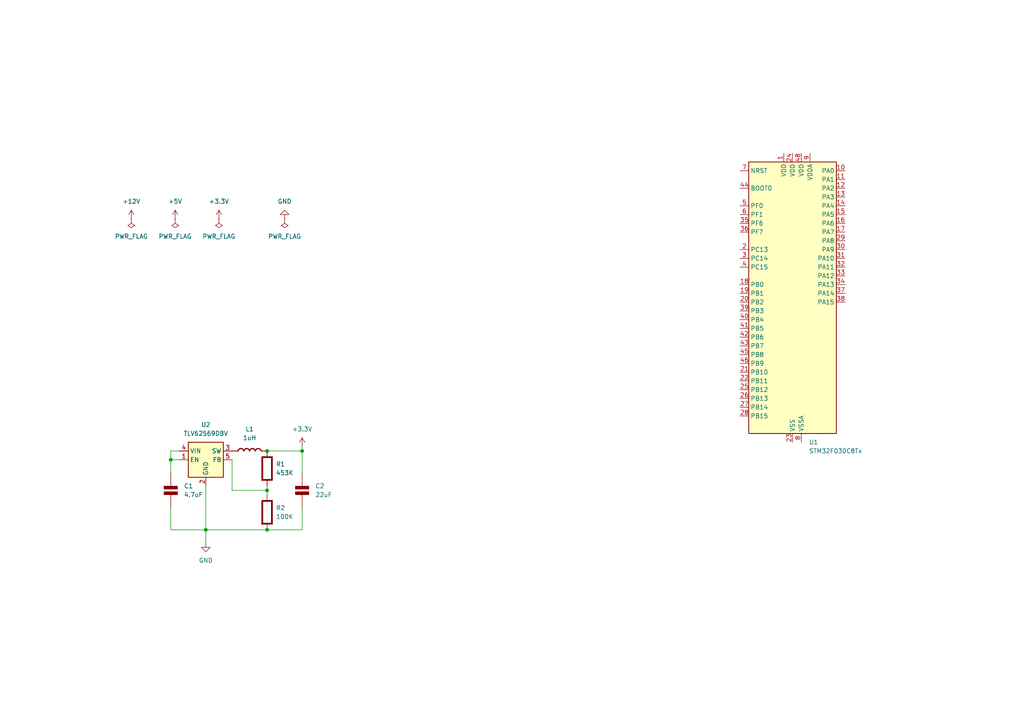
<source format=kicad_sch>
(kicad_sch
	(version 20231120)
	(generator "eeschema")
	(generator_version "8.0")
	(uuid "815573a1-4ea4-45b0-8e04-9a5142aa11d8")
	(paper "A4")
	(lib_symbols
		(symbol "MCU_ST_STM32F0:STM32F030C8Tx"
			(exclude_from_sim no)
			(in_bom yes)
			(on_board yes)
			(property "Reference" "U"
				(at -12.7 41.91 0)
				(effects
					(font
						(size 1.27 1.27)
					)
					(justify left)
				)
			)
			(property "Value" "STM32F030C8Tx"
				(at 7.62 41.91 0)
				(effects
					(font
						(size 1.27 1.27)
					)
					(justify left)
				)
			)
			(property "Footprint" "Package_QFP:LQFP-48_7x7mm_P0.5mm"
				(at -12.7 -38.1 0)
				(effects
					(font
						(size 1.27 1.27)
					)
					(justify right)
					(hide yes)
				)
			)
			(property "Datasheet" "https://www.st.com/resource/en/datasheet/stm32f030c8.pdf"
				(at 0 0 0)
				(effects
					(font
						(size 1.27 1.27)
					)
					(hide yes)
				)
			)
			(property "Description" "STMicroelectronics Arm Cortex-M0 MCU, 64KB flash, 8KB RAM, 48 MHz, 2.4-3.6V, 39 GPIO, LQFP48"
				(at 0 0 0)
				(effects
					(font
						(size 1.27 1.27)
					)
					(hide yes)
				)
			)
			(property "ki_locked" ""
				(at 0 0 0)
				(effects
					(font
						(size 1.27 1.27)
					)
				)
			)
			(property "ki_keywords" "Arm Cortex-M0 STM32F0 STM32F0x0 Value Line"
				(at 0 0 0)
				(effects
					(font
						(size 1.27 1.27)
					)
					(hide yes)
				)
			)
			(property "ki_fp_filters" "LQFP*7x7mm*P0.5mm*"
				(at 0 0 0)
				(effects
					(font
						(size 1.27 1.27)
					)
					(hide yes)
				)
			)
			(symbol "STM32F030C8Tx_0_1"
				(rectangle
					(start -12.7 -38.1)
					(end 12.7 40.64)
					(stroke
						(width 0.254)
						(type default)
					)
					(fill
						(type background)
					)
				)
			)
			(symbol "STM32F030C8Tx_1_1"
				(pin power_in line
					(at -2.54 43.18 270)
					(length 2.54)
					(name "VDD"
						(effects
							(font
								(size 1.27 1.27)
							)
						)
					)
					(number "1"
						(effects
							(font
								(size 1.27 1.27)
							)
						)
					)
				)
				(pin bidirectional line
					(at 15.24 38.1 180)
					(length 2.54)
					(name "PA0"
						(effects
							(font
								(size 1.27 1.27)
							)
						)
					)
					(number "10"
						(effects
							(font
								(size 1.27 1.27)
							)
						)
					)
					(alternate "ADC_IN0" bidirectional line)
					(alternate "RTC_TAMP2" bidirectional line)
					(alternate "SYS_WKUP1" bidirectional line)
					(alternate "USART2_CTS" bidirectional line)
				)
				(pin bidirectional line
					(at 15.24 35.56 180)
					(length 2.54)
					(name "PA1"
						(effects
							(font
								(size 1.27 1.27)
							)
						)
					)
					(number "11"
						(effects
							(font
								(size 1.27 1.27)
							)
						)
					)
					(alternate "ADC_IN1" bidirectional line)
					(alternate "USART2_DE" bidirectional line)
					(alternate "USART2_RTS" bidirectional line)
				)
				(pin bidirectional line
					(at 15.24 33.02 180)
					(length 2.54)
					(name "PA2"
						(effects
							(font
								(size 1.27 1.27)
							)
						)
					)
					(number "12"
						(effects
							(font
								(size 1.27 1.27)
							)
						)
					)
					(alternate "ADC_IN2" bidirectional line)
					(alternate "TIM15_CH1" bidirectional line)
					(alternate "USART2_TX" bidirectional line)
				)
				(pin bidirectional line
					(at 15.24 30.48 180)
					(length 2.54)
					(name "PA3"
						(effects
							(font
								(size 1.27 1.27)
							)
						)
					)
					(number "13"
						(effects
							(font
								(size 1.27 1.27)
							)
						)
					)
					(alternate "ADC_IN3" bidirectional line)
					(alternate "TIM15_CH2" bidirectional line)
					(alternate "USART2_RX" bidirectional line)
				)
				(pin bidirectional line
					(at 15.24 27.94 180)
					(length 2.54)
					(name "PA4"
						(effects
							(font
								(size 1.27 1.27)
							)
						)
					)
					(number "14"
						(effects
							(font
								(size 1.27 1.27)
							)
						)
					)
					(alternate "ADC_IN4" bidirectional line)
					(alternate "SPI1_NSS" bidirectional line)
					(alternate "TIM14_CH1" bidirectional line)
					(alternate "USART2_CK" bidirectional line)
				)
				(pin bidirectional line
					(at 15.24 25.4 180)
					(length 2.54)
					(name "PA5"
						(effects
							(font
								(size 1.27 1.27)
							)
						)
					)
					(number "15"
						(effects
							(font
								(size 1.27 1.27)
							)
						)
					)
					(alternate "ADC_IN5" bidirectional line)
					(alternate "SPI1_SCK" bidirectional line)
				)
				(pin bidirectional line
					(at 15.24 22.86 180)
					(length 2.54)
					(name "PA6"
						(effects
							(font
								(size 1.27 1.27)
							)
						)
					)
					(number "16"
						(effects
							(font
								(size 1.27 1.27)
							)
						)
					)
					(alternate "ADC_IN6" bidirectional line)
					(alternate "SPI1_MISO" bidirectional line)
					(alternate "TIM16_CH1" bidirectional line)
					(alternate "TIM1_BKIN" bidirectional line)
					(alternate "TIM3_CH1" bidirectional line)
				)
				(pin bidirectional line
					(at 15.24 20.32 180)
					(length 2.54)
					(name "PA7"
						(effects
							(font
								(size 1.27 1.27)
							)
						)
					)
					(number "17"
						(effects
							(font
								(size 1.27 1.27)
							)
						)
					)
					(alternate "ADC_IN7" bidirectional line)
					(alternate "SPI1_MOSI" bidirectional line)
					(alternate "TIM14_CH1" bidirectional line)
					(alternate "TIM17_CH1" bidirectional line)
					(alternate "TIM1_CH1N" bidirectional line)
					(alternate "TIM3_CH2" bidirectional line)
				)
				(pin bidirectional line
					(at -15.24 5.08 0)
					(length 2.54)
					(name "PB0"
						(effects
							(font
								(size 1.27 1.27)
							)
						)
					)
					(number "18"
						(effects
							(font
								(size 1.27 1.27)
							)
						)
					)
					(alternate "ADC_IN8" bidirectional line)
					(alternate "TIM1_CH2N" bidirectional line)
					(alternate "TIM3_CH3" bidirectional line)
				)
				(pin bidirectional line
					(at -15.24 2.54 0)
					(length 2.54)
					(name "PB1"
						(effects
							(font
								(size 1.27 1.27)
							)
						)
					)
					(number "19"
						(effects
							(font
								(size 1.27 1.27)
							)
						)
					)
					(alternate "ADC_IN9" bidirectional line)
					(alternate "TIM14_CH1" bidirectional line)
					(alternate "TIM1_CH3N" bidirectional line)
					(alternate "TIM3_CH4" bidirectional line)
				)
				(pin bidirectional line
					(at -15.24 15.24 0)
					(length 2.54)
					(name "PC13"
						(effects
							(font
								(size 1.27 1.27)
							)
						)
					)
					(number "2"
						(effects
							(font
								(size 1.27 1.27)
							)
						)
					)
					(alternate "RTC_OUT_ALARM" bidirectional line)
					(alternate "RTC_OUT_CALIB" bidirectional line)
					(alternate "RTC_TAMP1" bidirectional line)
					(alternate "RTC_TS" bidirectional line)
					(alternate "SYS_WKUP2" bidirectional line)
				)
				(pin bidirectional line
					(at -15.24 0 0)
					(length 2.54)
					(name "PB2"
						(effects
							(font
								(size 1.27 1.27)
							)
						)
					)
					(number "20"
						(effects
							(font
								(size 1.27 1.27)
							)
						)
					)
				)
				(pin bidirectional line
					(at -15.24 -20.32 0)
					(length 2.54)
					(name "PB10"
						(effects
							(font
								(size 1.27 1.27)
							)
						)
					)
					(number "21"
						(effects
							(font
								(size 1.27 1.27)
							)
						)
					)
					(alternate "I2C2_SCL" bidirectional line)
				)
				(pin bidirectional line
					(at -15.24 -22.86 0)
					(length 2.54)
					(name "PB11"
						(effects
							(font
								(size 1.27 1.27)
							)
						)
					)
					(number "22"
						(effects
							(font
								(size 1.27 1.27)
							)
						)
					)
					(alternate "I2C2_SDA" bidirectional line)
				)
				(pin power_in line
					(at 0 -40.64 90)
					(length 2.54)
					(name "VSS"
						(effects
							(font
								(size 1.27 1.27)
							)
						)
					)
					(number "23"
						(effects
							(font
								(size 1.27 1.27)
							)
						)
					)
				)
				(pin power_in line
					(at 0 43.18 270)
					(length 2.54)
					(name "VDD"
						(effects
							(font
								(size 1.27 1.27)
							)
						)
					)
					(number "24"
						(effects
							(font
								(size 1.27 1.27)
							)
						)
					)
				)
				(pin bidirectional line
					(at -15.24 -25.4 0)
					(length 2.54)
					(name "PB12"
						(effects
							(font
								(size 1.27 1.27)
							)
						)
					)
					(number "25"
						(effects
							(font
								(size 1.27 1.27)
							)
						)
					)
					(alternate "SPI2_NSS" bidirectional line)
					(alternate "TIM1_BKIN" bidirectional line)
				)
				(pin bidirectional line
					(at -15.24 -27.94 0)
					(length 2.54)
					(name "PB13"
						(effects
							(font
								(size 1.27 1.27)
							)
						)
					)
					(number "26"
						(effects
							(font
								(size 1.27 1.27)
							)
						)
					)
					(alternate "SPI2_SCK" bidirectional line)
					(alternate "TIM1_CH1N" bidirectional line)
				)
				(pin bidirectional line
					(at -15.24 -30.48 0)
					(length 2.54)
					(name "PB14"
						(effects
							(font
								(size 1.27 1.27)
							)
						)
					)
					(number "27"
						(effects
							(font
								(size 1.27 1.27)
							)
						)
					)
					(alternate "SPI2_MISO" bidirectional line)
					(alternate "TIM15_CH1" bidirectional line)
					(alternate "TIM1_CH2N" bidirectional line)
				)
				(pin bidirectional line
					(at -15.24 -33.02 0)
					(length 2.54)
					(name "PB15"
						(effects
							(font
								(size 1.27 1.27)
							)
						)
					)
					(number "28"
						(effects
							(font
								(size 1.27 1.27)
							)
						)
					)
					(alternate "RTC_REFIN" bidirectional line)
					(alternate "SPI2_MOSI" bidirectional line)
					(alternate "TIM15_CH1N" bidirectional line)
					(alternate "TIM15_CH2" bidirectional line)
					(alternate "TIM1_CH3N" bidirectional line)
				)
				(pin bidirectional line
					(at 15.24 17.78 180)
					(length 2.54)
					(name "PA8"
						(effects
							(font
								(size 1.27 1.27)
							)
						)
					)
					(number "29"
						(effects
							(font
								(size 1.27 1.27)
							)
						)
					)
					(alternate "RCC_MCO" bidirectional line)
					(alternate "TIM1_CH1" bidirectional line)
					(alternate "USART1_CK" bidirectional line)
				)
				(pin bidirectional line
					(at -15.24 12.7 0)
					(length 2.54)
					(name "PC14"
						(effects
							(font
								(size 1.27 1.27)
							)
						)
					)
					(number "3"
						(effects
							(font
								(size 1.27 1.27)
							)
						)
					)
					(alternate "RCC_OSC32_IN" bidirectional line)
				)
				(pin bidirectional line
					(at 15.24 15.24 180)
					(length 2.54)
					(name "PA9"
						(effects
							(font
								(size 1.27 1.27)
							)
						)
					)
					(number "30"
						(effects
							(font
								(size 1.27 1.27)
							)
						)
					)
					(alternate "TIM15_BKIN" bidirectional line)
					(alternate "TIM1_CH2" bidirectional line)
					(alternate "USART1_TX" bidirectional line)
				)
				(pin bidirectional line
					(at 15.24 12.7 180)
					(length 2.54)
					(name "PA10"
						(effects
							(font
								(size 1.27 1.27)
							)
						)
					)
					(number "31"
						(effects
							(font
								(size 1.27 1.27)
							)
						)
					)
					(alternate "TIM17_BKIN" bidirectional line)
					(alternate "TIM1_CH3" bidirectional line)
					(alternate "USART1_RX" bidirectional line)
				)
				(pin bidirectional line
					(at 15.24 10.16 180)
					(length 2.54)
					(name "PA11"
						(effects
							(font
								(size 1.27 1.27)
							)
						)
					)
					(number "32"
						(effects
							(font
								(size 1.27 1.27)
							)
						)
					)
					(alternate "TIM1_CH4" bidirectional line)
					(alternate "USART1_CTS" bidirectional line)
				)
				(pin bidirectional line
					(at 15.24 7.62 180)
					(length 2.54)
					(name "PA12"
						(effects
							(font
								(size 1.27 1.27)
							)
						)
					)
					(number "33"
						(effects
							(font
								(size 1.27 1.27)
							)
						)
					)
					(alternate "TIM1_ETR" bidirectional line)
					(alternate "USART1_DE" bidirectional line)
					(alternate "USART1_RTS" bidirectional line)
				)
				(pin bidirectional line
					(at 15.24 5.08 180)
					(length 2.54)
					(name "PA13"
						(effects
							(font
								(size 1.27 1.27)
							)
						)
					)
					(number "34"
						(effects
							(font
								(size 1.27 1.27)
							)
						)
					)
					(alternate "IR_OUT" bidirectional line)
					(alternate "SYS_SWDIO" bidirectional line)
				)
				(pin bidirectional line
					(at -15.24 22.86 0)
					(length 2.54)
					(name "PF6"
						(effects
							(font
								(size 1.27 1.27)
							)
						)
					)
					(number "35"
						(effects
							(font
								(size 1.27 1.27)
							)
						)
					)
					(alternate "I2C2_SCL" bidirectional line)
				)
				(pin bidirectional line
					(at -15.24 20.32 0)
					(length 2.54)
					(name "PF7"
						(effects
							(font
								(size 1.27 1.27)
							)
						)
					)
					(number "36"
						(effects
							(font
								(size 1.27 1.27)
							)
						)
					)
					(alternate "I2C2_SDA" bidirectional line)
				)
				(pin bidirectional line
					(at 15.24 2.54 180)
					(length 2.54)
					(name "PA14"
						(effects
							(font
								(size 1.27 1.27)
							)
						)
					)
					(number "37"
						(effects
							(font
								(size 1.27 1.27)
							)
						)
					)
					(alternate "SYS_SWCLK" bidirectional line)
					(alternate "USART2_TX" bidirectional line)
				)
				(pin bidirectional line
					(at 15.24 0 180)
					(length 2.54)
					(name "PA15"
						(effects
							(font
								(size 1.27 1.27)
							)
						)
					)
					(number "38"
						(effects
							(font
								(size 1.27 1.27)
							)
						)
					)
					(alternate "SPI1_NSS" bidirectional line)
					(alternate "USART2_RX" bidirectional line)
				)
				(pin bidirectional line
					(at -15.24 -2.54 0)
					(length 2.54)
					(name "PB3"
						(effects
							(font
								(size 1.27 1.27)
							)
						)
					)
					(number "39"
						(effects
							(font
								(size 1.27 1.27)
							)
						)
					)
					(alternate "SPI1_SCK" bidirectional line)
				)
				(pin bidirectional line
					(at -15.24 10.16 0)
					(length 2.54)
					(name "PC15"
						(effects
							(font
								(size 1.27 1.27)
							)
						)
					)
					(number "4"
						(effects
							(font
								(size 1.27 1.27)
							)
						)
					)
					(alternate "RCC_OSC32_OUT" bidirectional line)
				)
				(pin bidirectional line
					(at -15.24 -5.08 0)
					(length 2.54)
					(name "PB4"
						(effects
							(font
								(size 1.27 1.27)
							)
						)
					)
					(number "40"
						(effects
							(font
								(size 1.27 1.27)
							)
						)
					)
					(alternate "SPI1_MISO" bidirectional line)
					(alternate "TIM3_CH1" bidirectional line)
				)
				(pin bidirectional line
					(at -15.24 -7.62 0)
					(length 2.54)
					(name "PB5"
						(effects
							(font
								(size 1.27 1.27)
							)
						)
					)
					(number "41"
						(effects
							(font
								(size 1.27 1.27)
							)
						)
					)
					(alternate "I2C1_SMBA" bidirectional line)
					(alternate "SPI1_MOSI" bidirectional line)
					(alternate "TIM16_BKIN" bidirectional line)
					(alternate "TIM3_CH2" bidirectional line)
				)
				(pin bidirectional line
					(at -15.24 -10.16 0)
					(length 2.54)
					(name "PB6"
						(effects
							(font
								(size 1.27 1.27)
							)
						)
					)
					(number "42"
						(effects
							(font
								(size 1.27 1.27)
							)
						)
					)
					(alternate "I2C1_SCL" bidirectional line)
					(alternate "TIM16_CH1N" bidirectional line)
					(alternate "USART1_TX" bidirectional line)
				)
				(pin bidirectional line
					(at -15.24 -12.7 0)
					(length 2.54)
					(name "PB7"
						(effects
							(font
								(size 1.27 1.27)
							)
						)
					)
					(number "43"
						(effects
							(font
								(size 1.27 1.27)
							)
						)
					)
					(alternate "I2C1_SDA" bidirectional line)
					(alternate "TIM17_CH1N" bidirectional line)
					(alternate "USART1_RX" bidirectional line)
				)
				(pin input line
					(at -15.24 33.02 0)
					(length 2.54)
					(name "BOOT0"
						(effects
							(font
								(size 1.27 1.27)
							)
						)
					)
					(number "44"
						(effects
							(font
								(size 1.27 1.27)
							)
						)
					)
				)
				(pin bidirectional line
					(at -15.24 -15.24 0)
					(length 2.54)
					(name "PB8"
						(effects
							(font
								(size 1.27 1.27)
							)
						)
					)
					(number "45"
						(effects
							(font
								(size 1.27 1.27)
							)
						)
					)
					(alternate "I2C1_SCL" bidirectional line)
					(alternate "TIM16_CH1" bidirectional line)
				)
				(pin bidirectional line
					(at -15.24 -17.78 0)
					(length 2.54)
					(name "PB9"
						(effects
							(font
								(size 1.27 1.27)
							)
						)
					)
					(number "46"
						(effects
							(font
								(size 1.27 1.27)
							)
						)
					)
					(alternate "I2C1_SDA" bidirectional line)
					(alternate "IR_OUT" bidirectional line)
					(alternate "TIM17_CH1" bidirectional line)
				)
				(pin passive line
					(at 0 -40.64 90)
					(length 2.54) hide
					(name "VSS"
						(effects
							(font
								(size 1.27 1.27)
							)
						)
					)
					(number "47"
						(effects
							(font
								(size 1.27 1.27)
							)
						)
					)
				)
				(pin power_in line
					(at 2.54 43.18 270)
					(length 2.54)
					(name "VDD"
						(effects
							(font
								(size 1.27 1.27)
							)
						)
					)
					(number "48"
						(effects
							(font
								(size 1.27 1.27)
							)
						)
					)
				)
				(pin bidirectional line
					(at -15.24 27.94 0)
					(length 2.54)
					(name "PF0"
						(effects
							(font
								(size 1.27 1.27)
							)
						)
					)
					(number "5"
						(effects
							(font
								(size 1.27 1.27)
							)
						)
					)
					(alternate "RCC_OSC_IN" bidirectional line)
				)
				(pin bidirectional line
					(at -15.24 25.4 0)
					(length 2.54)
					(name "PF1"
						(effects
							(font
								(size 1.27 1.27)
							)
						)
					)
					(number "6"
						(effects
							(font
								(size 1.27 1.27)
							)
						)
					)
					(alternate "RCC_OSC_OUT" bidirectional line)
				)
				(pin input line
					(at -15.24 38.1 0)
					(length 2.54)
					(name "NRST"
						(effects
							(font
								(size 1.27 1.27)
							)
						)
					)
					(number "7"
						(effects
							(font
								(size 1.27 1.27)
							)
						)
					)
				)
				(pin power_in line
					(at 2.54 -40.64 90)
					(length 2.54)
					(name "VSSA"
						(effects
							(font
								(size 1.27 1.27)
							)
						)
					)
					(number "8"
						(effects
							(font
								(size 1.27 1.27)
							)
						)
					)
				)
				(pin power_in line
					(at 5.08 43.18 270)
					(length 2.54)
					(name "VDDA"
						(effects
							(font
								(size 1.27 1.27)
							)
						)
					)
					(number "9"
						(effects
							(font
								(size 1.27 1.27)
							)
						)
					)
				)
			)
		)
		(symbol "PCM_Elektuur:C"
			(pin_numbers hide)
			(pin_names
				(offset 0) hide)
			(exclude_from_sim no)
			(in_bom yes)
			(on_board yes)
			(property "Reference" "C"
				(at 0.635 3.175 0)
				(effects
					(font
						(size 1.27 1.27)
					)
					(justify left)
				)
			)
			(property "Value" "C"
				(at 0.635 -3.175 0)
				(effects
					(font
						(size 1.27 1.27)
					)
					(justify left)
				)
			)
			(property "Footprint" ""
				(at 0 0 0)
				(effects
					(font
						(size 1.27 1.27)
					)
					(hide yes)
				)
			)
			(property "Datasheet" ""
				(at 0 0 0)
				(effects
					(font
						(size 1.27 1.27)
					)
					(hide yes)
				)
			)
			(property "Description" "capacitor, non-polarized/bipolar"
				(at 0 0 0)
				(effects
					(font
						(size 1.27 1.27)
					)
					(hide yes)
				)
			)
			(property "Indicator" "+"
				(at -1.27 3.175 0)
				(effects
					(font
						(size 1.27 1.27)
					)
					(hide yes)
				)
			)
			(property "Rating" "V"
				(at -0.635 -3.175 0)
				(effects
					(font
						(size 1.27 1.27)
					)
					(justify right)
					(hide yes)
				)
			)
			(property "ki_keywords" "C cap capacitor non-polarized bipolar"
				(at 0 0 0)
				(effects
					(font
						(size 1.27 1.27)
					)
					(hide yes)
				)
			)
			(symbol "C_1_1"
				(rectangle
					(start -1.905 -0.4318)
					(end 1.905 -1.1938)
					(stroke
						(width 0.254)
						(type default)
					)
					(fill
						(type outline)
					)
				)
				(rectangle
					(start -1.905 1.1938)
					(end 1.905 0.4318)
					(stroke
						(width 0.254)
						(type default)
					)
					(fill
						(type outline)
					)
				)
				(pin passive line
					(at 0 5.08 270)
					(length 3.8862)
					(name "+"
						(effects
							(font
								(size 1.27 1.27)
							)
						)
					)
					(number "1"
						(effects
							(font
								(size 1.27 1.27)
							)
						)
					)
				)
				(pin passive line
					(at 0 -5.08 90)
					(length 3.8862)
					(name "-"
						(effects
							(font
								(size 1.27 1.27)
							)
						)
					)
					(number "2"
						(effects
							(font
								(size 1.27 1.27)
							)
						)
					)
				)
			)
			(symbol "C_1_2"
				(polyline
					(pts
						(xy -1.905 -1.4986) (xy 1.905 -1.4986) (xy 1.905 -0.4318) (xy -1.905 -0.4318) (xy -1.905 -1.4986)
						(xy -1.8034 -1.397) (xy -1.8034 -0.5334) (xy 1.8034 -0.5334) (xy 1.8034 -1.397) (xy -1.8034 -1.397)
						(xy -1.905 -1.4986)
					)
					(stroke
						(width 0.254)
						(type default)
					)
					(fill
						(type outline)
					)
				)
				(polyline
					(pts
						(xy -1.905 0.4318) (xy 1.905 0.4318) (xy 1.905 1.4986) (xy -1.905 1.4986) (xy -1.905 0.4318) (xy -1.8034 0.5334)
						(xy -1.8034 1.397) (xy 1.8034 1.397) (xy 1.8034 0.5334) (xy -1.8034 0.5334) (xy -1.905 0.4318)
					)
					(stroke
						(width 0.254)
						(type default)
					)
					(fill
						(type outline)
					)
				)
				(pin passive line
					(at 0 5.08 270)
					(length 3.5814)
					(name "+"
						(effects
							(font
								(size 1.27 1.27)
							)
						)
					)
					(number "1"
						(effects
							(font
								(size 1.27 1.27)
							)
						)
					)
				)
				(pin passive line
					(at 0 -5.08 90)
					(length 3.5814)
					(name "-"
						(effects
							(font
								(size 1.27 1.27)
							)
						)
					)
					(number "2"
						(effects
							(font
								(size 1.27 1.27)
							)
						)
					)
				)
			)
		)
		(symbol "PCM_Elektuur:L"
			(pin_numbers hide)
			(pin_names
				(offset 0) hide)
			(exclude_from_sim no)
			(in_bom yes)
			(on_board yes)
			(property "Reference" "L"
				(at 2.54 3.175 0)
				(effects
					(font
						(size 1.27 1.27)
					)
					(justify left)
				)
			)
			(property "Value" "L"
				(at 2.54 -3.175 0)
				(effects
					(font
						(size 1.27 1.27)
					)
					(justify left)
				)
			)
			(property "Footprint" ""
				(at 0 0 0)
				(effects
					(font
						(size 1.27 1.27)
					)
					(hide yes)
				)
			)
			(property "Datasheet" ""
				(at 0 0 0)
				(effects
					(font
						(size 1.27 1.27)
					)
					(hide yes)
				)
			)
			(property "Description" "coil/winding/inductor/choke/reactor"
				(at 0 0 0)
				(effects
					(font
						(size 1.27 1.27)
					)
					(hide yes)
				)
			)
			(property "Indicator" "●"
				(at -0.127 2.54 0)
				(effects
					(font
						(size 0.635 0.635)
					)
					(hide yes)
				)
			)
			(property "Rating" "A"
				(at -1.27 -3.175 0)
				(effects
					(font
						(size 1.27 1.27)
					)
					(justify right)
					(hide yes)
				)
			)
			(property "ki_keywords" "L coil winding inductor choke reactor dot instantaneous voltage polarity indicator magnetic core transformer"
				(at 0 0 0)
				(effects
					(font
						(size 1.27 1.27)
					)
					(hide yes)
				)
			)
			(symbol "L_1_0"
				(arc
					(start 0 -3.4036)
					(mid 0.762 -2.5146)
					(end 0 -1.6256)
					(stroke
						(width 0.254)
						(type default)
					)
					(fill
						(type none)
					)
				)
				(arc
					(start 0 -3.302)
					(mid 0.6604 -2.5146)
					(end 0 -1.7272)
					(stroke
						(width 0.254)
						(type default)
					)
					(fill
						(type none)
					)
				)
				(arc
					(start 0 -1.7272)
					(mid 0.762 -0.8382)
					(end 0 0.0508)
					(stroke
						(width 0.254)
						(type default)
					)
					(fill
						(type none)
					)
				)
				(arc
					(start 0 -1.6256)
					(mid 0.6604 -0.8382)
					(end 0 -0.0508)
					(stroke
						(width 0.254)
						(type default)
					)
					(fill
						(type none)
					)
				)
				(arc
					(start 0 -0.0508)
					(mid 0.762 0.8382)
					(end 0 1.7272)
					(stroke
						(width 0.254)
						(type default)
					)
					(fill
						(type none)
					)
				)
				(polyline
					(pts
						(xy 0 -3.302) (xy 0 -3.5052)
					)
					(stroke
						(width 0.254)
						(type default)
					)
					(fill
						(type none)
					)
				)
				(polyline
					(pts
						(xy 0 -1.6256) (xy 0 -1.7272)
					)
					(stroke
						(width 0.254)
						(type default)
					)
					(fill
						(type none)
					)
				)
				(polyline
					(pts
						(xy 0 0.0508) (xy 0 -0.0508)
					)
					(stroke
						(width 0.254)
						(type default)
					)
					(fill
						(type none)
					)
				)
				(polyline
					(pts
						(xy 0 1.7272) (xy 0 1.6256)
					)
					(stroke
						(width 0.254)
						(type default)
					)
					(fill
						(type none)
					)
				)
				(polyline
					(pts
						(xy 0 3.5052) (xy 0 3.302)
					)
					(stroke
						(width 0.254)
						(type default)
					)
					(fill
						(type none)
					)
				)
				(arc
					(start 0 0.0508)
					(mid 0.6604 0.8382)
					(end 0 1.6256)
					(stroke
						(width 0.254)
						(type default)
					)
					(fill
						(type none)
					)
				)
				(arc
					(start 0 1.6256)
					(mid 0.762 2.5146)
					(end 0 3.4036)
					(stroke
						(width 0.254)
						(type default)
					)
					(fill
						(type none)
					)
				)
				(arc
					(start 0 1.7272)
					(mid 0.6604 2.5146)
					(end 0 3.302)
					(stroke
						(width 0.254)
						(type default)
					)
					(fill
						(type none)
					)
				)
				(pin passive line
					(at 0 5.08 270)
					(length 1.5748)
					(name "+"
						(effects
							(font
								(size 1.27 1.27)
							)
						)
					)
					(number "1"
						(effects
							(font
								(size 1.27 1.27)
							)
						)
					)
				)
				(pin passive line
					(at 0 -5.08 90)
					(length 1.5748)
					(name "-"
						(effects
							(font
								(size 1.27 1.27)
							)
						)
					)
					(number "2"
						(effects
							(font
								(size 1.27 1.27)
							)
						)
					)
				)
			)
			(symbol "L_1_2"
				(rectangle
					(start 1.524 3.3782)
					(end 1.9812 -3.3782)
					(stroke
						(width 0.254)
						(type default)
					)
					(fill
						(type outline)
					)
				)
			)
			(symbol "L_1_3"
				(rectangle
					(start 1.524 -1.9304)
					(end 1.9812 -3.0988)
					(stroke
						(width 0.254)
						(type default)
					)
					(fill
						(type outline)
					)
				)
				(rectangle
					(start 1.524 -0.254)
					(end 1.9812 -1.4224)
					(stroke
						(width 0.254)
						(type default)
					)
					(fill
						(type outline)
					)
				)
				(rectangle
					(start 1.524 1.4224)
					(end 1.9812 0.254)
					(stroke
						(width 0.254)
						(type default)
					)
					(fill
						(type outline)
					)
				)
				(rectangle
					(start 1.524 3.0988)
					(end 1.9812 1.9304)
					(stroke
						(width 0.254)
						(type default)
					)
					(fill
						(type outline)
					)
				)
			)
		)
		(symbol "PCM_Elektuur:R"
			(pin_numbers hide)
			(pin_names
				(offset 0) hide)
			(exclude_from_sim no)
			(in_bom yes)
			(on_board yes)
			(property "Reference" "R"
				(at 2.54 3.175 0)
				(effects
					(font
						(size 1.27 1.27)
					)
					(justify left)
				)
			)
			(property "Value" "R"
				(at 0 0 90)
				(effects
					(font
						(size 1.27 1.27)
					)
				)
			)
			(property "Footprint" ""
				(at 0 0 0)
				(effects
					(font
						(size 1.27 1.27)
					)
					(hide yes)
				)
			)
			(property "Datasheet" ""
				(at 0 0 0)
				(effects
					(font
						(size 1.27 1.27)
					)
					(hide yes)
				)
			)
			(property "Description" "resistor"
				(at 0 0 0)
				(effects
					(font
						(size 1.27 1.27)
					)
					(hide yes)
				)
			)
			(property "Indicator" "+"
				(at -3.175 3.175 0)
				(effects
					(font
						(size 1.27 1.27)
					)
					(hide yes)
				)
			)
			(property "Rating" "W"
				(at 2.54 -3.175 0)
				(effects
					(font
						(size 1.27 1.27)
					)
					(justify left)
					(hide yes)
				)
			)
			(property "ki_keywords" "R res resistor"
				(at 0 0 0)
				(effects
					(font
						(size 1.27 1.27)
					)
					(hide yes)
				)
			)
			(symbol "R_1_1"
				(polyline
					(pts
						(xy -1.524 -3.429) (xy 1.524 -3.429) (xy 1.524 3.429) (xy -1.524 3.429) (xy -1.524 -3.429) (xy -1.27 -3.175)
						(xy -1.27 3.175) (xy 1.27 3.175) (xy 1.27 -3.175) (xy -1.27 -3.175) (xy -1.524 -3.429)
					)
					(stroke
						(width 0.254)
						(type default)
					)
					(fill
						(type outline)
					)
				)
				(pin passive line
					(at 0 5.08 270)
					(length 1.651)
					(name "+"
						(effects
							(font
								(size 1.27 1.27)
							)
						)
					)
					(number "1"
						(effects
							(font
								(size 1.27 1.27)
							)
						)
					)
				)
				(pin passive line
					(at 0 -5.08 90)
					(length 1.651)
					(name "-"
						(effects
							(font
								(size 1.27 1.27)
							)
						)
					)
					(number "2"
						(effects
							(font
								(size 1.27 1.27)
							)
						)
					)
				)
			)
			(symbol "R_1_2"
				(polyline
					(pts
						(xy -0.508 -3.429) (xy 1.524 -3.429) (xy 1.524 3.429) (xy -0.508 3.429) (xy -0.508 3.175) (xy 1.27 3.175)
						(xy 1.27 -3.175) (xy -0.508 -3.175) (xy -0.508 -3.429)
					)
					(stroke
						(width 0.254)
						(type default)
					)
					(fill
						(type outline)
					)
				)
				(pin passive line
					(at 0 5.08 270)
					(length 1.651)
					(name "+"
						(effects
							(font
								(size 1.27 1.27)
							)
						)
					)
					(number "1"
						(effects
							(font
								(size 1.27 1.27)
							)
						)
					)
				)
				(pin passive line
					(at 0 -5.08 90)
					(length 1.651)
					(name "-"
						(effects
							(font
								(size 1.27 1.27)
							)
						)
					)
					(number "2"
						(effects
							(font
								(size 1.27 1.27)
							)
						)
					)
				)
			)
			(symbol "R_1_3"
				(polyline
					(pts
						(xy 0 3.4798) (xy 0 3.2004) (xy 0.7112 2.794) (xy -1.1938 1.6764) (xy 0.7112 0.5588) (xy -1.1938 -0.5588)
						(xy 0.7112 -1.6764) (xy -1.1938 -2.794) (xy 0 -3.4798) (xy 0 -3.2004) (xy -0.7112 -2.794) (xy 1.1938 -1.6764)
						(xy -0.7112 -0.5588) (xy 1.1938 0.5588) (xy -0.7112 1.6764) (xy 1.1938 2.794) (xy 0 3.4798)
					)
					(stroke
						(width 0.254)
						(type default)
					)
					(fill
						(type outline)
					)
				)
				(pin passive line
					(at 0 5.08 270)
					(length 1.6002)
					(name "+"
						(effects
							(font
								(size 1.27 1.27)
							)
						)
					)
					(number "1"
						(effects
							(font
								(size 1.27 1.27)
							)
						)
					)
				)
				(pin passive line
					(at 0 -5.08 90)
					(length 1.6002)
					(name "-"
						(effects
							(font
								(size 1.27 1.27)
							)
						)
					)
					(number "2"
						(effects
							(font
								(size 1.27 1.27)
							)
						)
					)
				)
			)
			(symbol "R_1_4"
				(polyline
					(pts
						(xy 0 4.5466) (xy 0 4.2672) (xy 0.0508 4.2418) (xy 1.016 3.683) (xy -1.524 2.2098) (xy 1.016 0.7366)
						(xy -1.524 -0.7366) (xy 1.016 -2.2098) (xy -1.524 -3.683) (xy -0.0762 -4.5212) (xy 0 -4.5466)
						(xy 0 -4.2672) (xy -0.0508 -4.2418) (xy -1.016 -3.683) (xy 1.524 -2.2098) (xy -1.016 -0.7366)
						(xy 1.524 0.7366) (xy -1.016 2.2098) (xy 1.524 3.683) (xy 0.0762 4.5212) (xy 0 4.5466)
					)
					(stroke
						(width 0.254)
						(type default)
					)
					(fill
						(type outline)
					)
				)
				(pin passive line
					(at 0 5.08 270)
					(length 0.5334)
					(name "+"
						(effects
							(font
								(size 1.27 1.27)
							)
						)
					)
					(number "1"
						(effects
							(font
								(size 1.27 1.27)
							)
						)
					)
				)
				(pin passive line
					(at 0 -5.08 90)
					(length 0.5334)
					(name "-"
						(effects
							(font
								(size 1.27 1.27)
							)
						)
					)
					(number "2"
						(effects
							(font
								(size 1.27 1.27)
							)
						)
					)
				)
			)
		)
		(symbol "Regulator_Switching:TLV62569DBV"
			(exclude_from_sim no)
			(in_bom yes)
			(on_board yes)
			(property "Reference" "U"
				(at -5.08 6.35 0)
				(effects
					(font
						(size 1.27 1.27)
					)
					(justify left)
				)
			)
			(property "Value" "TLV62569DBV"
				(at 0 6.35 0)
				(effects
					(font
						(size 1.27 1.27)
					)
					(justify left)
				)
			)
			(property "Footprint" "Package_TO_SOT_SMD:SOT-23-5"
				(at 1.27 -6.35 0)
				(effects
					(font
						(size 1.27 1.27)
						(italic yes)
					)
					(justify left)
					(hide yes)
				)
			)
			(property "Datasheet" "http://www.ti.com/lit/ds/symlink/tlv62569.pdf"
				(at -6.35 11.43 0)
				(effects
					(font
						(size 1.27 1.27)
					)
					(hide yes)
				)
			)
			(property "Description" "High Efficiency Synchronous Buck Converter, Adjustable Output 0.6V-5.5V, 2A, SOT-23-5"
				(at 0 0 0)
				(effects
					(font
						(size 1.27 1.27)
					)
					(hide yes)
				)
			)
			(property "ki_keywords" "Step-Down Buck DC-DC Regulator Adjustable"
				(at 0 0 0)
				(effects
					(font
						(size 1.27 1.27)
					)
					(hide yes)
				)
			)
			(property "ki_fp_filters" "SOT?23*"
				(at 0 0 0)
				(effects
					(font
						(size 1.27 1.27)
					)
					(hide yes)
				)
			)
			(symbol "TLV62569DBV_0_1"
				(rectangle
					(start -5.08 5.08)
					(end 5.08 -5.08)
					(stroke
						(width 0.254)
						(type default)
					)
					(fill
						(type background)
					)
				)
			)
			(symbol "TLV62569DBV_1_1"
				(pin input line
					(at -7.62 0 0)
					(length 2.54)
					(name "EN"
						(effects
							(font
								(size 1.27 1.27)
							)
						)
					)
					(number "1"
						(effects
							(font
								(size 1.27 1.27)
							)
						)
					)
				)
				(pin power_in line
					(at 0 -7.62 90)
					(length 2.54)
					(name "GND"
						(effects
							(font
								(size 1.27 1.27)
							)
						)
					)
					(number "2"
						(effects
							(font
								(size 1.27 1.27)
							)
						)
					)
				)
				(pin power_out line
					(at 7.62 2.54 180)
					(length 2.54)
					(name "SW"
						(effects
							(font
								(size 1.27 1.27)
							)
						)
					)
					(number "3"
						(effects
							(font
								(size 1.27 1.27)
							)
						)
					)
				)
				(pin power_in line
					(at -7.62 2.54 0)
					(length 2.54)
					(name "VIN"
						(effects
							(font
								(size 1.27 1.27)
							)
						)
					)
					(number "4"
						(effects
							(font
								(size 1.27 1.27)
							)
						)
					)
				)
				(pin input line
					(at 7.62 0 180)
					(length 2.54)
					(name "FB"
						(effects
							(font
								(size 1.27 1.27)
							)
						)
					)
					(number "5"
						(effects
							(font
								(size 1.27 1.27)
							)
						)
					)
				)
			)
		)
		(symbol "power:+12V"
			(power)
			(pin_numbers hide)
			(pin_names
				(offset 0) hide)
			(exclude_from_sim no)
			(in_bom yes)
			(on_board yes)
			(property "Reference" "#PWR"
				(at 0 -3.81 0)
				(effects
					(font
						(size 1.27 1.27)
					)
					(hide yes)
				)
			)
			(property "Value" "+12V"
				(at 0 3.556 0)
				(effects
					(font
						(size 1.27 1.27)
					)
				)
			)
			(property "Footprint" ""
				(at 0 0 0)
				(effects
					(font
						(size 1.27 1.27)
					)
					(hide yes)
				)
			)
			(property "Datasheet" ""
				(at 0 0 0)
				(effects
					(font
						(size 1.27 1.27)
					)
					(hide yes)
				)
			)
			(property "Description" "Power symbol creates a global label with name \"+12V\""
				(at 0 0 0)
				(effects
					(font
						(size 1.27 1.27)
					)
					(hide yes)
				)
			)
			(property "ki_keywords" "global power"
				(at 0 0 0)
				(effects
					(font
						(size 1.27 1.27)
					)
					(hide yes)
				)
			)
			(symbol "+12V_0_1"
				(polyline
					(pts
						(xy -0.762 1.27) (xy 0 2.54)
					)
					(stroke
						(width 0)
						(type default)
					)
					(fill
						(type none)
					)
				)
				(polyline
					(pts
						(xy 0 0) (xy 0 2.54)
					)
					(stroke
						(width 0)
						(type default)
					)
					(fill
						(type none)
					)
				)
				(polyline
					(pts
						(xy 0 2.54) (xy 0.762 1.27)
					)
					(stroke
						(width 0)
						(type default)
					)
					(fill
						(type none)
					)
				)
			)
			(symbol "+12V_1_1"
				(pin power_in line
					(at 0 0 90)
					(length 0)
					(name "~"
						(effects
							(font
								(size 1.27 1.27)
							)
						)
					)
					(number "1"
						(effects
							(font
								(size 1.27 1.27)
							)
						)
					)
				)
			)
		)
		(symbol "power:+3.3V"
			(power)
			(pin_numbers hide)
			(pin_names
				(offset 0) hide)
			(exclude_from_sim no)
			(in_bom yes)
			(on_board yes)
			(property "Reference" "#PWR"
				(at 0 -3.81 0)
				(effects
					(font
						(size 1.27 1.27)
					)
					(hide yes)
				)
			)
			(property "Value" "+3.3V"
				(at 0 3.556 0)
				(effects
					(font
						(size 1.27 1.27)
					)
				)
			)
			(property "Footprint" ""
				(at 0 0 0)
				(effects
					(font
						(size 1.27 1.27)
					)
					(hide yes)
				)
			)
			(property "Datasheet" ""
				(at 0 0 0)
				(effects
					(font
						(size 1.27 1.27)
					)
					(hide yes)
				)
			)
			(property "Description" "Power symbol creates a global label with name \"+3.3V\""
				(at 0 0 0)
				(effects
					(font
						(size 1.27 1.27)
					)
					(hide yes)
				)
			)
			(property "ki_keywords" "global power"
				(at 0 0 0)
				(effects
					(font
						(size 1.27 1.27)
					)
					(hide yes)
				)
			)
			(symbol "+3.3V_0_1"
				(polyline
					(pts
						(xy -0.762 1.27) (xy 0 2.54)
					)
					(stroke
						(width 0)
						(type default)
					)
					(fill
						(type none)
					)
				)
				(polyline
					(pts
						(xy 0 0) (xy 0 2.54)
					)
					(stroke
						(width 0)
						(type default)
					)
					(fill
						(type none)
					)
				)
				(polyline
					(pts
						(xy 0 2.54) (xy 0.762 1.27)
					)
					(stroke
						(width 0)
						(type default)
					)
					(fill
						(type none)
					)
				)
			)
			(symbol "+3.3V_1_1"
				(pin power_in line
					(at 0 0 90)
					(length 0)
					(name "~"
						(effects
							(font
								(size 1.27 1.27)
							)
						)
					)
					(number "1"
						(effects
							(font
								(size 1.27 1.27)
							)
						)
					)
				)
			)
		)
		(symbol "power:+5V"
			(power)
			(pin_numbers hide)
			(pin_names
				(offset 0) hide)
			(exclude_from_sim no)
			(in_bom yes)
			(on_board yes)
			(property "Reference" "#PWR"
				(at 0 -3.81 0)
				(effects
					(font
						(size 1.27 1.27)
					)
					(hide yes)
				)
			)
			(property "Value" "+5V"
				(at 0 3.556 0)
				(effects
					(font
						(size 1.27 1.27)
					)
				)
			)
			(property "Footprint" ""
				(at 0 0 0)
				(effects
					(font
						(size 1.27 1.27)
					)
					(hide yes)
				)
			)
			(property "Datasheet" ""
				(at 0 0 0)
				(effects
					(font
						(size 1.27 1.27)
					)
					(hide yes)
				)
			)
			(property "Description" "Power symbol creates a global label with name \"+5V\""
				(at 0 0 0)
				(effects
					(font
						(size 1.27 1.27)
					)
					(hide yes)
				)
			)
			(property "ki_keywords" "global power"
				(at 0 0 0)
				(effects
					(font
						(size 1.27 1.27)
					)
					(hide yes)
				)
			)
			(symbol "+5V_0_1"
				(polyline
					(pts
						(xy -0.762 1.27) (xy 0 2.54)
					)
					(stroke
						(width 0)
						(type default)
					)
					(fill
						(type none)
					)
				)
				(polyline
					(pts
						(xy 0 0) (xy 0 2.54)
					)
					(stroke
						(width 0)
						(type default)
					)
					(fill
						(type none)
					)
				)
				(polyline
					(pts
						(xy 0 2.54) (xy 0.762 1.27)
					)
					(stroke
						(width 0)
						(type default)
					)
					(fill
						(type none)
					)
				)
			)
			(symbol "+5V_1_1"
				(pin power_in line
					(at 0 0 90)
					(length 0)
					(name "~"
						(effects
							(font
								(size 1.27 1.27)
							)
						)
					)
					(number "1"
						(effects
							(font
								(size 1.27 1.27)
							)
						)
					)
				)
			)
		)
		(symbol "power:GND"
			(power)
			(pin_numbers hide)
			(pin_names
				(offset 0) hide)
			(exclude_from_sim no)
			(in_bom yes)
			(on_board yes)
			(property "Reference" "#PWR"
				(at 0 -6.35 0)
				(effects
					(font
						(size 1.27 1.27)
					)
					(hide yes)
				)
			)
			(property "Value" "GND"
				(at 0 -3.81 0)
				(effects
					(font
						(size 1.27 1.27)
					)
				)
			)
			(property "Footprint" ""
				(at 0 0 0)
				(effects
					(font
						(size 1.27 1.27)
					)
					(hide yes)
				)
			)
			(property "Datasheet" ""
				(at 0 0 0)
				(effects
					(font
						(size 1.27 1.27)
					)
					(hide yes)
				)
			)
			(property "Description" "Power symbol creates a global label with name \"GND\" , ground"
				(at 0 0 0)
				(effects
					(font
						(size 1.27 1.27)
					)
					(hide yes)
				)
			)
			(property "ki_keywords" "global power"
				(at 0 0 0)
				(effects
					(font
						(size 1.27 1.27)
					)
					(hide yes)
				)
			)
			(symbol "GND_0_1"
				(polyline
					(pts
						(xy 0 0) (xy 0 -1.27) (xy 1.27 -1.27) (xy 0 -2.54) (xy -1.27 -1.27) (xy 0 -1.27)
					)
					(stroke
						(width 0)
						(type default)
					)
					(fill
						(type none)
					)
				)
			)
			(symbol "GND_1_1"
				(pin power_in line
					(at 0 0 270)
					(length 0)
					(name "~"
						(effects
							(font
								(size 1.27 1.27)
							)
						)
					)
					(number "1"
						(effects
							(font
								(size 1.27 1.27)
							)
						)
					)
				)
			)
		)
		(symbol "power:PWR_FLAG"
			(power)
			(pin_numbers hide)
			(pin_names
				(offset 0) hide)
			(exclude_from_sim no)
			(in_bom yes)
			(on_board yes)
			(property "Reference" "#FLG"
				(at 0 1.905 0)
				(effects
					(font
						(size 1.27 1.27)
					)
					(hide yes)
				)
			)
			(property "Value" "PWR_FLAG"
				(at 0 3.81 0)
				(effects
					(font
						(size 1.27 1.27)
					)
				)
			)
			(property "Footprint" ""
				(at 0 0 0)
				(effects
					(font
						(size 1.27 1.27)
					)
					(hide yes)
				)
			)
			(property "Datasheet" "~"
				(at 0 0 0)
				(effects
					(font
						(size 1.27 1.27)
					)
					(hide yes)
				)
			)
			(property "Description" "Special symbol for telling ERC where power comes from"
				(at 0 0 0)
				(effects
					(font
						(size 1.27 1.27)
					)
					(hide yes)
				)
			)
			(property "ki_keywords" "flag power"
				(at 0 0 0)
				(effects
					(font
						(size 1.27 1.27)
					)
					(hide yes)
				)
			)
			(symbol "PWR_FLAG_0_0"
				(pin power_out line
					(at 0 0 90)
					(length 0)
					(name "~"
						(effects
							(font
								(size 1.27 1.27)
							)
						)
					)
					(number "1"
						(effects
							(font
								(size 1.27 1.27)
							)
						)
					)
				)
			)
			(symbol "PWR_FLAG_0_1"
				(polyline
					(pts
						(xy 0 0) (xy 0 1.27) (xy -1.016 1.905) (xy 0 2.54) (xy 1.016 1.905) (xy 0 1.27)
					)
					(stroke
						(width 0)
						(type default)
					)
					(fill
						(type none)
					)
				)
			)
		)
	)
	(junction
		(at 59.69 153.67)
		(diameter 0)
		(color 0 0 0 0)
		(uuid "2a99c1b5-8dde-450a-94df-8945508055c7")
	)
	(junction
		(at 87.63 130.81)
		(diameter 0)
		(color 0 0 0 0)
		(uuid "8abe18c9-bbe9-4a27-adfb-8b4b7860946b")
	)
	(junction
		(at 77.47 130.81)
		(diameter 0)
		(color 0 0 0 0)
		(uuid "b8fbf034-c25d-4cbe-b79b-da98137b3658")
	)
	(junction
		(at 49.53 133.35)
		(diameter 0)
		(color 0 0 0 0)
		(uuid "e0c1bae9-8882-41a4-8aab-065aa22b4122")
	)
	(junction
		(at 77.47 153.67)
		(diameter 0)
		(color 0 0 0 0)
		(uuid "f0054d3b-a3e5-49a8-97c6-b9854027d6fb")
	)
	(junction
		(at 77.47 142.24)
		(diameter 0)
		(color 0 0 0 0)
		(uuid "fe754337-5372-4b46-b60f-888bf952d5b9")
	)
	(wire
		(pts
			(xy 67.31 142.24) (xy 77.47 142.24)
		)
		(stroke
			(width 0)
			(type default)
		)
		(uuid "0206ff0e-b8c8-4e4f-be65-d4eecdb1cc1f")
	)
	(wire
		(pts
			(xy 49.53 133.35) (xy 49.53 130.81)
		)
		(stroke
			(width 0)
			(type default)
		)
		(uuid "092fd552-62cb-44ee-89cf-69e640fd0530")
	)
	(wire
		(pts
			(xy 49.53 153.67) (xy 59.69 153.67)
		)
		(stroke
			(width 0)
			(type default)
		)
		(uuid "142f3b57-da5f-4e90-8a5f-7d52fcbcf34a")
	)
	(wire
		(pts
			(xy 59.69 153.67) (xy 59.69 157.48)
		)
		(stroke
			(width 0)
			(type default)
		)
		(uuid "5433fd65-8ef1-4a67-9f26-a04cd1167c34")
	)
	(wire
		(pts
			(xy 67.31 133.35) (xy 67.31 142.24)
		)
		(stroke
			(width 0)
			(type default)
		)
		(uuid "611acab3-1913-448e-a65c-8ba1cdd2dc73")
	)
	(wire
		(pts
			(xy 77.47 142.24) (xy 77.47 143.51)
		)
		(stroke
			(width 0)
			(type default)
		)
		(uuid "64fcb394-ddd8-4f61-974a-0d336b5e81e7")
	)
	(wire
		(pts
			(xy 49.53 137.16) (xy 49.53 133.35)
		)
		(stroke
			(width 0)
			(type default)
		)
		(uuid "7478c6bd-1325-4c38-86b1-57d1aad32110")
	)
	(wire
		(pts
			(xy 77.47 140.97) (xy 77.47 142.24)
		)
		(stroke
			(width 0)
			(type default)
		)
		(uuid "847a42a1-cfd7-4467-b31f-d6570d565e71")
	)
	(wire
		(pts
			(xy 77.47 153.67) (xy 59.69 153.67)
		)
		(stroke
			(width 0)
			(type default)
		)
		(uuid "9504a3c0-5b2c-4bb6-80f4-adf2c4501c59")
	)
	(wire
		(pts
			(xy 49.53 133.35) (xy 52.07 133.35)
		)
		(stroke
			(width 0)
			(type default)
		)
		(uuid "b348e68b-3a10-43ab-a99d-27713706785f")
	)
	(wire
		(pts
			(xy 87.63 153.67) (xy 77.47 153.67)
		)
		(stroke
			(width 0)
			(type default)
		)
		(uuid "b61c280d-bb33-4e2d-aa27-1ec04cd1d41b")
	)
	(wire
		(pts
			(xy 49.53 147.32) (xy 49.53 153.67)
		)
		(stroke
			(width 0)
			(type default)
		)
		(uuid "b67f991f-22e8-4e18-b9c2-9da636a2f07f")
	)
	(wire
		(pts
			(xy 87.63 147.32) (xy 87.63 153.67)
		)
		(stroke
			(width 0)
			(type default)
		)
		(uuid "cf5599f7-3f62-4335-9408-31ff29c83560")
	)
	(wire
		(pts
			(xy 87.63 137.16) (xy 87.63 130.81)
		)
		(stroke
			(width 0)
			(type default)
		)
		(uuid "d27253a5-e2ab-444c-93b3-7b7443d2a880")
	)
	(wire
		(pts
			(xy 87.63 130.81) (xy 77.47 130.81)
		)
		(stroke
			(width 0)
			(type default)
		)
		(uuid "d38ff620-2bc9-479d-b434-2f98a7d477aa")
	)
	(wire
		(pts
			(xy 49.53 130.81) (xy 52.07 130.81)
		)
		(stroke
			(width 0)
			(type default)
		)
		(uuid "d873f14d-c064-4ee5-844f-97612eacc2d2")
	)
	(wire
		(pts
			(xy 87.63 129.54) (xy 87.63 130.81)
		)
		(stroke
			(width 0)
			(type default)
		)
		(uuid "e078c94e-c7ba-4cd2-ac53-f9da0b79a17c")
	)
	(wire
		(pts
			(xy 59.69 140.97) (xy 59.69 153.67)
		)
		(stroke
			(width 0)
			(type default)
		)
		(uuid "e6191610-b445-4605-bbac-0507975029b8")
	)
	(symbol
		(lib_id "PCM_Elektuur:R")
		(at 77.47 135.89 0)
		(unit 1)
		(exclude_from_sim no)
		(in_bom yes)
		(on_board yes)
		(dnp no)
		(fields_autoplaced yes)
		(uuid "06289ea4-b469-4ac1-a11b-e7d67ca1934f")
		(property "Reference" "R1"
			(at 80.01 134.6199 0)
			(effects
				(font
					(size 1.27 1.27)
				)
				(justify left)
			)
		)
		(property "Value" "453K"
			(at 80.01 137.1599 0)
			(effects
				(font
					(size 1.27 1.27)
				)
				(justify left)
			)
		)
		(property "Footprint" "Resistor_SMD:R_0603_1608Metric_Pad0.98x0.95mm_HandSolder"
			(at 77.47 135.89 0)
			(effects
				(font
					(size 1.27 1.27)
				)
				(hide yes)
			)
		)
		(property "Datasheet" ""
			(at 77.47 135.89 0)
			(effects
				(font
					(size 1.27 1.27)
				)
				(hide yes)
			)
		)
		(property "Description" "resistor"
			(at 77.47 135.89 0)
			(effects
				(font
					(size 1.27 1.27)
				)
				(hide yes)
			)
		)
		(property "Indicator" "+"
			(at 74.295 132.715 0)
			(effects
				(font
					(size 1.27 1.27)
				)
				(hide yes)
			)
		)
		(property "Rating" "W"
			(at 80.01 139.065 0)
			(effects
				(font
					(size 1.27 1.27)
				)
				(justify left)
				(hide yes)
			)
		)
		(pin "2"
			(uuid "0ff3c9ae-d265-4d96-8771-0b550c3118e0")
		)
		(pin "1"
			(uuid "a7992c46-8d2c-424e-83bc-60e9534e4a13")
		)
		(instances
			(project ""
				(path "/815573a1-4ea4-45b0-8e04-9a5142aa11d8"
					(reference "R1")
					(unit 1)
				)
			)
		)
	)
	(symbol
		(lib_id "power:+3.3V")
		(at 87.63 129.54 0)
		(unit 1)
		(exclude_from_sim no)
		(in_bom yes)
		(on_board yes)
		(dnp no)
		(fields_autoplaced yes)
		(uuid "13501370-d80d-441f-a70a-6c3c91180453")
		(property "Reference" "#PWR010"
			(at 87.63 133.35 0)
			(effects
				(font
					(size 1.27 1.27)
				)
				(hide yes)
			)
		)
		(property "Value" "+3.3V"
			(at 87.63 124.46 0)
			(effects
				(font
					(size 1.27 1.27)
				)
			)
		)
		(property "Footprint" ""
			(at 87.63 129.54 0)
			(effects
				(font
					(size 1.27 1.27)
				)
				(hide yes)
			)
		)
		(property "Datasheet" ""
			(at 87.63 129.54 0)
			(effects
				(font
					(size 1.27 1.27)
				)
				(hide yes)
			)
		)
		(property "Description" "Power symbol creates a global label with name \"+3.3V\""
			(at 87.63 129.54 0)
			(effects
				(font
					(size 1.27 1.27)
				)
				(hide yes)
			)
		)
		(pin "1"
			(uuid "4fd14f13-9c2a-4536-8d80-cc410f6ef09a")
		)
		(instances
			(project "controller"
				(path "/815573a1-4ea4-45b0-8e04-9a5142aa11d8"
					(reference "#PWR010")
					(unit 1)
				)
			)
		)
	)
	(symbol
		(lib_id "power:+12V")
		(at 38.1 63.5 0)
		(unit 1)
		(exclude_from_sim no)
		(in_bom yes)
		(on_board yes)
		(dnp no)
		(fields_autoplaced yes)
		(uuid "2c86b90c-e70d-456e-a67d-e0d483c1ddac")
		(property "Reference" "#PWR01"
			(at 38.1 67.31 0)
			(effects
				(font
					(size 1.27 1.27)
				)
				(hide yes)
			)
		)
		(property "Value" "+12V"
			(at 38.1 58.42 0)
			(effects
				(font
					(size 1.27 1.27)
				)
			)
		)
		(property "Footprint" ""
			(at 38.1 63.5 0)
			(effects
				(font
					(size 1.27 1.27)
				)
				(hide yes)
			)
		)
		(property "Datasheet" ""
			(at 38.1 63.5 0)
			(effects
				(font
					(size 1.27 1.27)
				)
				(hide yes)
			)
		)
		(property "Description" "Power symbol creates a global label with name \"+12V\""
			(at 38.1 63.5 0)
			(effects
				(font
					(size 1.27 1.27)
				)
				(hide yes)
			)
		)
		(pin "1"
			(uuid "5db60feb-8d94-4fbc-b90f-280678420fa5")
		)
		(instances
			(project ""
				(path "/815573a1-4ea4-45b0-8e04-9a5142aa11d8"
					(reference "#PWR01")
					(unit 1)
				)
			)
		)
	)
	(symbol
		(lib_id "MCU_ST_STM32F0:STM32F030C8Tx")
		(at 229.87 87.63 0)
		(unit 1)
		(exclude_from_sim no)
		(in_bom yes)
		(on_board yes)
		(dnp no)
		(fields_autoplaced yes)
		(uuid "430c2d69-36c1-4f39-8b87-e846b374018e")
		(property "Reference" "U1"
			(at 234.6041 128.27 0)
			(effects
				(font
					(size 1.27 1.27)
				)
				(justify left)
			)
		)
		(property "Value" "STM32F030C8Tx"
			(at 234.6041 130.81 0)
			(effects
				(font
					(size 1.27 1.27)
				)
				(justify left)
			)
		)
		(property "Footprint" "Package_QFP:LQFP-48_7x7mm_P0.5mm"
			(at 217.17 125.73 0)
			(effects
				(font
					(size 1.27 1.27)
				)
				(justify right)
				(hide yes)
			)
		)
		(property "Datasheet" "https://www.st.com/resource/en/datasheet/stm32f030c8.pdf"
			(at 229.87 87.63 0)
			(effects
				(font
					(size 1.27 1.27)
				)
				(hide yes)
			)
		)
		(property "Description" "STMicroelectronics Arm Cortex-M0 MCU, 64KB flash, 8KB RAM, 48 MHz, 2.4-3.6V, 39 GPIO, LQFP48"
			(at 229.87 87.63 0)
			(effects
				(font
					(size 1.27 1.27)
				)
				(hide yes)
			)
		)
		(pin "27"
			(uuid "ef8e5da4-b026-4b91-856a-4d0a390e86f5")
		)
		(pin "19"
			(uuid "577b89f6-1f66-4193-81a8-392ec8ee3452")
		)
		(pin "36"
			(uuid "5a084f5d-6ecf-4d68-a17b-6ef1c4cf970b")
		)
		(pin "10"
			(uuid "fcd52b35-79e7-4b6c-b2b5-979cf07b42a3")
		)
		(pin "11"
			(uuid "a4567ab1-a6f2-4c76-be38-664e97ee409b")
		)
		(pin "48"
			(uuid "07864356-7bde-49d6-a603-b7581f7cbc40")
		)
		(pin "15"
			(uuid "4c46556d-5d07-4133-a46c-5befaa2316e4")
		)
		(pin "3"
			(uuid "bb0d96fe-af01-46d6-b105-ebabc2c4fc27")
		)
		(pin "29"
			(uuid "c1b3e71e-cb99-45a5-8536-3b460047251e")
		)
		(pin "31"
			(uuid "c9c5f622-bcb7-4d3b-98d5-12494e7d3f14")
		)
		(pin "7"
			(uuid "1da68827-33e5-4a0e-9ca9-c2fba3073599")
		)
		(pin "32"
			(uuid "ad920d62-a3a4-4718-a6d6-299ecaed246d")
		)
		(pin "12"
			(uuid "7dfea5f4-41a6-4b8e-b6ab-432fa3fcd515")
		)
		(pin "24"
			(uuid "179e8d8f-e679-479e-b403-02ede213efde")
		)
		(pin "9"
			(uuid "e52c440d-cc5b-4943-ad08-2ea1e4983244")
		)
		(pin "42"
			(uuid "ccca34a2-941e-4c18-b180-1570f9483f7e")
		)
		(pin "35"
			(uuid "0eff8690-1878-465f-a33f-d6df61f84c93")
		)
		(pin "17"
			(uuid "1002bc14-7f04-44b6-93b3-2c2b5021b16a")
		)
		(pin "43"
			(uuid "01117969-aa98-4aef-a54a-7afddf7527f6")
		)
		(pin "4"
			(uuid "173c45bb-1064-4cdc-b5e7-f619db623a3c")
		)
		(pin "23"
			(uuid "e6d8dd02-9dfa-4e6f-b1a2-08861f222cb0")
		)
		(pin "30"
			(uuid "72dc0486-ee54-4f84-a3d8-bcaeca34dd11")
		)
		(pin "22"
			(uuid "56be070d-29e4-4b37-8a72-870a25db2d6a")
		)
		(pin "6"
			(uuid "f843cf89-991c-40ed-9a45-be57d996ba29")
		)
		(pin "1"
			(uuid "e30c997b-6839-4e54-941f-30c0f42169fd")
		)
		(pin "28"
			(uuid "f3d080f9-560e-421b-ac58-d9eb1deeecbe")
		)
		(pin "13"
			(uuid "24a93feb-a739-4123-8580-333b68fb16af")
		)
		(pin "16"
			(uuid "cddb89bc-b99f-4ee3-b645-1dfef462f7ab")
		)
		(pin "21"
			(uuid "5ef3568f-86bf-4a32-b381-deb0d33554da")
		)
		(pin "41"
			(uuid "5a600cd5-954e-4863-b0fe-599c3ba573ad")
		)
		(pin "33"
			(uuid "66e60e63-d194-4e52-90b2-785862200dd3")
		)
		(pin "45"
			(uuid "154ae15c-9968-438b-80fd-62ea20b05699")
		)
		(pin "47"
			(uuid "c575cb4a-fa47-4a0e-921a-af5440255f0a")
		)
		(pin "25"
			(uuid "d925b070-83de-4ace-a2b7-bd8c7fb6dd1c")
		)
		(pin "18"
			(uuid "a91011d4-d37f-43e3-98b8-0715391026f2")
		)
		(pin "20"
			(uuid "fe2b83d1-c59a-4d5c-9e08-16242b40272b")
		)
		(pin "40"
			(uuid "6dd6f072-62f8-40b7-83d2-bb798ca274a9")
		)
		(pin "46"
			(uuid "a22e3072-0794-410a-b6b4-c9f101f73f48")
		)
		(pin "5"
			(uuid "557d379c-e99a-43d1-aafb-bdef8901235d")
		)
		(pin "37"
			(uuid "24e9547d-eb86-4369-984b-4a224c79b3a9")
		)
		(pin "2"
			(uuid "f4437231-32a8-4e57-8caa-63fad95b8c4e")
		)
		(pin "34"
			(uuid "7c5a512a-e06f-4119-8762-ac0bdfbff833")
		)
		(pin "38"
			(uuid "75eeef7a-0247-47b4-8845-1455eb3fe040")
		)
		(pin "44"
			(uuid "2a45bc49-3c31-4d21-841d-88ce9e8da4d5")
		)
		(pin "14"
			(uuid "d9f9e208-bf40-4cfa-84eb-69cb14694fc9")
		)
		(pin "26"
			(uuid "e545330b-bc15-4d39-b1be-43d6524120a3")
		)
		(pin "39"
			(uuid "a480c6d9-c88d-4539-8e0a-99bfa0945bb2")
		)
		(pin "8"
			(uuid "7a0b7c38-2c23-4078-956b-83aabd278368")
		)
		(instances
			(project ""
				(path "/815573a1-4ea4-45b0-8e04-9a5142aa11d8"
					(reference "U1")
					(unit 1)
				)
			)
		)
	)
	(symbol
		(lib_id "power:PWR_FLAG")
		(at 50.8 63.5 180)
		(unit 1)
		(exclude_from_sim no)
		(in_bom yes)
		(on_board yes)
		(dnp no)
		(fields_autoplaced yes)
		(uuid "4f97e2f6-b171-44c7-906f-3eebb1a8c7ac")
		(property "Reference" "#FLG02"
			(at 50.8 65.405 0)
			(effects
				(font
					(size 1.27 1.27)
				)
				(hide yes)
			)
		)
		(property "Value" "PWR_FLAG"
			(at 50.8 68.58 0)
			(effects
				(font
					(size 1.27 1.27)
				)
			)
		)
		(property "Footprint" ""
			(at 50.8 63.5 0)
			(effects
				(font
					(size 1.27 1.27)
				)
				(hide yes)
			)
		)
		(property "Datasheet" "~"
			(at 50.8 63.5 0)
			(effects
				(font
					(size 1.27 1.27)
				)
				(hide yes)
			)
		)
		(property "Description" "Special symbol for telling ERC where power comes from"
			(at 50.8 63.5 0)
			(effects
				(font
					(size 1.27 1.27)
				)
				(hide yes)
			)
		)
		(pin "1"
			(uuid "5215b012-8668-4812-9353-8fb41880f776")
		)
		(instances
			(project "controller"
				(path "/815573a1-4ea4-45b0-8e04-9a5142aa11d8"
					(reference "#FLG02")
					(unit 1)
				)
			)
		)
	)
	(symbol
		(lib_id "PCM_Elektuur:L")
		(at 72.39 130.81 90)
		(unit 1)
		(exclude_from_sim no)
		(in_bom yes)
		(on_board yes)
		(dnp no)
		(fields_autoplaced yes)
		(uuid "5ca0f719-a99a-4c06-b069-6d59da831ab4")
		(property "Reference" "L1"
			(at 72.39 124.46 90)
			(effects
				(font
					(size 1.27 1.27)
				)
			)
		)
		(property "Value" "1uH"
			(at 72.39 127 90)
			(effects
				(font
					(size 1.27 1.27)
				)
			)
		)
		(property "Footprint" "Inductor_SMD:L_Abracon_ASPI-0630LR"
			(at 72.39 130.81 0)
			(effects
				(font
					(size 1.27 1.27)
				)
				(hide yes)
			)
		)
		(property "Datasheet" ""
			(at 72.39 130.81 0)
			(effects
				(font
					(size 1.27 1.27)
				)
				(hide yes)
			)
		)
		(property "Description" "coil/winding/inductor/choke/reactor"
			(at 72.39 130.81 0)
			(effects
				(font
					(size 1.27 1.27)
				)
				(hide yes)
			)
		)
		(property "Indicator" "●"
			(at 69.85 130.937 0)
			(effects
				(font
					(size 0.635 0.635)
				)
				(hide yes)
			)
		)
		(property "Rating" "A"
			(at 75.565 132.08 0)
			(effects
				(font
					(size 1.27 1.27)
				)
				(justify right)
				(hide yes)
			)
		)
		(pin "2"
			(uuid "009adc17-e5a4-4c25-a0e0-fab96e7d94e5")
		)
		(pin "1"
			(uuid "e5ae3f90-bd59-42d7-8522-0f68f3c3a34f")
		)
		(instances
			(project ""
				(path "/815573a1-4ea4-45b0-8e04-9a5142aa11d8"
					(reference "L1")
					(unit 1)
				)
			)
		)
	)
	(symbol
		(lib_id "power:PWR_FLAG")
		(at 38.1 63.5 180)
		(unit 1)
		(exclude_from_sim no)
		(in_bom yes)
		(on_board yes)
		(dnp no)
		(fields_autoplaced yes)
		(uuid "7a8c57f1-79f0-4b00-8a6b-c9726431cc75")
		(property "Reference" "#FLG01"
			(at 38.1 65.405 0)
			(effects
				(font
					(size 1.27 1.27)
				)
				(hide yes)
			)
		)
		(property "Value" "PWR_FLAG"
			(at 38.1 68.58 0)
			(effects
				(font
					(size 1.27 1.27)
				)
			)
		)
		(property "Footprint" ""
			(at 38.1 63.5 0)
			(effects
				(font
					(size 1.27 1.27)
				)
				(hide yes)
			)
		)
		(property "Datasheet" "~"
			(at 38.1 63.5 0)
			(effects
				(font
					(size 1.27 1.27)
				)
				(hide yes)
			)
		)
		(property "Description" "Special symbol for telling ERC where power comes from"
			(at 38.1 63.5 0)
			(effects
				(font
					(size 1.27 1.27)
				)
				(hide yes)
			)
		)
		(pin "1"
			(uuid "d7f18a03-5dd4-4046-8232-f309798d7bc0")
		)
		(instances
			(project ""
				(path "/815573a1-4ea4-45b0-8e04-9a5142aa11d8"
					(reference "#FLG01")
					(unit 1)
				)
			)
		)
	)
	(symbol
		(lib_id "power:PWR_FLAG")
		(at 63.5 63.5 180)
		(unit 1)
		(exclude_from_sim no)
		(in_bom yes)
		(on_board yes)
		(dnp no)
		(fields_autoplaced yes)
		(uuid "8940d764-c216-4c5d-a403-28ce959b650f")
		(property "Reference" "#FLG04"
			(at 63.5 65.405 0)
			(effects
				(font
					(size 1.27 1.27)
				)
				(hide yes)
			)
		)
		(property "Value" "PWR_FLAG"
			(at 63.5 68.58 0)
			(effects
				(font
					(size 1.27 1.27)
				)
			)
		)
		(property "Footprint" ""
			(at 63.5 63.5 0)
			(effects
				(font
					(size 1.27 1.27)
				)
				(hide yes)
			)
		)
		(property "Datasheet" "~"
			(at 63.5 63.5 0)
			(effects
				(font
					(size 1.27 1.27)
				)
				(hide yes)
			)
		)
		(property "Description" "Special symbol for telling ERC where power comes from"
			(at 63.5 63.5 0)
			(effects
				(font
					(size 1.27 1.27)
				)
				(hide yes)
			)
		)
		(pin "1"
			(uuid "1c1c6244-ba04-4a3e-8c48-9563ce83563c")
		)
		(instances
			(project "controller"
				(path "/815573a1-4ea4-45b0-8e04-9a5142aa11d8"
					(reference "#FLG04")
					(unit 1)
				)
			)
		)
	)
	(symbol
		(lib_id "power:GND")
		(at 82.55 63.5 180)
		(unit 1)
		(exclude_from_sim no)
		(in_bom yes)
		(on_board yes)
		(dnp no)
		(fields_autoplaced yes)
		(uuid "a78347f7-6c7d-4a09-ba7a-aabfd9c85508")
		(property "Reference" "#PWR03"
			(at 82.55 57.15 0)
			(effects
				(font
					(size 1.27 1.27)
				)
				(hide yes)
			)
		)
		(property "Value" "GND"
			(at 82.55 58.42 0)
			(effects
				(font
					(size 1.27 1.27)
				)
			)
		)
		(property "Footprint" ""
			(at 82.55 63.5 0)
			(effects
				(font
					(size 1.27 1.27)
				)
				(hide yes)
			)
		)
		(property "Datasheet" ""
			(at 82.55 63.5 0)
			(effects
				(font
					(size 1.27 1.27)
				)
				(hide yes)
			)
		)
		(property "Description" "Power symbol creates a global label with name \"GND\" , ground"
			(at 82.55 63.5 0)
			(effects
				(font
					(size 1.27 1.27)
				)
				(hide yes)
			)
		)
		(pin "1"
			(uuid "17929a23-ee5f-4e6e-8b07-5e0dd1966da8")
		)
		(instances
			(project ""
				(path "/815573a1-4ea4-45b0-8e04-9a5142aa11d8"
					(reference "#PWR03")
					(unit 1)
				)
			)
		)
	)
	(symbol
		(lib_id "power:+5V")
		(at 50.8 63.5 0)
		(unit 1)
		(exclude_from_sim no)
		(in_bom yes)
		(on_board yes)
		(dnp no)
		(fields_autoplaced yes)
		(uuid "b294dd4e-fd69-489c-9a10-774dd3e87e45")
		(property "Reference" "#PWR02"
			(at 50.8 67.31 0)
			(effects
				(font
					(size 1.27 1.27)
				)
				(hide yes)
			)
		)
		(property "Value" "+5V"
			(at 50.8 58.42 0)
			(effects
				(font
					(size 1.27 1.27)
				)
			)
		)
		(property "Footprint" ""
			(at 50.8 63.5 0)
			(effects
				(font
					(size 1.27 1.27)
				)
				(hide yes)
			)
		)
		(property "Datasheet" ""
			(at 50.8 63.5 0)
			(effects
				(font
					(size 1.27 1.27)
				)
				(hide yes)
			)
		)
		(property "Description" "Power symbol creates a global label with name \"+5V\""
			(at 50.8 63.5 0)
			(effects
				(font
					(size 1.27 1.27)
				)
				(hide yes)
			)
		)
		(pin "1"
			(uuid "5437fc90-deae-48d8-b5bd-111782892ac5")
		)
		(instances
			(project ""
				(path "/815573a1-4ea4-45b0-8e04-9a5142aa11d8"
					(reference "#PWR02")
					(unit 1)
				)
			)
		)
	)
	(symbol
		(lib_id "power:+3.3V")
		(at 63.5 63.5 0)
		(unit 1)
		(exclude_from_sim no)
		(in_bom yes)
		(on_board yes)
		(dnp no)
		(fields_autoplaced yes)
		(uuid "bdb8eabb-4626-47a9-8a27-7015df773f9c")
		(property "Reference" "#PWR08"
			(at 63.5 67.31 0)
			(effects
				(font
					(size 1.27 1.27)
				)
				(hide yes)
			)
		)
		(property "Value" "+3.3V"
			(at 63.5 58.42 0)
			(effects
				(font
					(size 1.27 1.27)
				)
			)
		)
		(property "Footprint" ""
			(at 63.5 63.5 0)
			(effects
				(font
					(size 1.27 1.27)
				)
				(hide yes)
			)
		)
		(property "Datasheet" ""
			(at 63.5 63.5 0)
			(effects
				(font
					(size 1.27 1.27)
				)
				(hide yes)
			)
		)
		(property "Description" "Power symbol creates a global label with name \"+3.3V\""
			(at 63.5 63.5 0)
			(effects
				(font
					(size 1.27 1.27)
				)
				(hide yes)
			)
		)
		(pin "1"
			(uuid "d3656d8f-4578-4dd0-b90d-698189481cf8")
		)
		(instances
			(project ""
				(path "/815573a1-4ea4-45b0-8e04-9a5142aa11d8"
					(reference "#PWR08")
					(unit 1)
				)
			)
		)
	)
	(symbol
		(lib_id "power:GND")
		(at 59.69 157.48 0)
		(unit 1)
		(exclude_from_sim no)
		(in_bom yes)
		(on_board yes)
		(dnp no)
		(fields_autoplaced yes)
		(uuid "c1836df2-68c8-4c1e-b93d-86ce4518b89d")
		(property "Reference" "#PWR09"
			(at 59.69 163.83 0)
			(effects
				(font
					(size 1.27 1.27)
				)
				(hide yes)
			)
		)
		(property "Value" "GND"
			(at 59.69 162.56 0)
			(effects
				(font
					(size 1.27 1.27)
				)
			)
		)
		(property "Footprint" ""
			(at 59.69 157.48 0)
			(effects
				(font
					(size 1.27 1.27)
				)
				(hide yes)
			)
		)
		(property "Datasheet" ""
			(at 59.69 157.48 0)
			(effects
				(font
					(size 1.27 1.27)
				)
				(hide yes)
			)
		)
		(property "Description" "Power symbol creates a global label with name \"GND\" , ground"
			(at 59.69 157.48 0)
			(effects
				(font
					(size 1.27 1.27)
				)
				(hide yes)
			)
		)
		(pin "1"
			(uuid "88c11ec8-16ec-43e5-b6a7-cacf9501ab8e")
		)
		(instances
			(project "controller"
				(path "/815573a1-4ea4-45b0-8e04-9a5142aa11d8"
					(reference "#PWR09")
					(unit 1)
				)
			)
		)
	)
	(symbol
		(lib_id "Regulator_Switching:TLV62569DBV")
		(at 59.69 133.35 0)
		(unit 1)
		(exclude_from_sim no)
		(in_bom yes)
		(on_board yes)
		(dnp no)
		(fields_autoplaced yes)
		(uuid "c75cefa3-b02f-4917-ab55-656320dd1bca")
		(property "Reference" "U2"
			(at 59.69 123.19 0)
			(effects
				(font
					(size 1.27 1.27)
				)
			)
		)
		(property "Value" "TLV62569DBV"
			(at 59.69 125.73 0)
			(effects
				(font
					(size 1.27 1.27)
				)
			)
		)
		(property "Footprint" "Package_TO_SOT_SMD:SOT-23-5"
			(at 60.96 139.7 0)
			(effects
				(font
					(size 1.27 1.27)
					(italic yes)
				)
				(justify left)
				(hide yes)
			)
		)
		(property "Datasheet" "http://www.ti.com/lit/ds/symlink/tlv62569.pdf"
			(at 53.34 121.92 0)
			(effects
				(font
					(size 1.27 1.27)
				)
				(hide yes)
			)
		)
		(property "Description" "High Efficiency Synchronous Buck Converter, Adjustable Output 0.6V-5.5V, 2A, SOT-23-5"
			(at 59.69 133.35 0)
			(effects
				(font
					(size 1.27 1.27)
				)
				(hide yes)
			)
		)
		(pin "1"
			(uuid "246238aa-7ff7-4432-aed8-7a6b74015c38")
		)
		(pin "5"
			(uuid "3f25b806-4798-4bf6-82f0-12b163fdfca0")
		)
		(pin "3"
			(uuid "53fac777-e141-4f5e-b664-82d0bfa32abf")
		)
		(pin "2"
			(uuid "aa90c823-2140-4b9c-a2c4-f22e16f41bae")
		)
		(pin "4"
			(uuid "aeee8052-a4ac-4b94-82dd-061ab3632161")
		)
		(instances
			(project ""
				(path "/815573a1-4ea4-45b0-8e04-9a5142aa11d8"
					(reference "U2")
					(unit 1)
				)
			)
		)
	)
	(symbol
		(lib_id "PCM_Elektuur:R")
		(at 77.47 148.59 0)
		(unit 1)
		(exclude_from_sim no)
		(in_bom yes)
		(on_board yes)
		(dnp no)
		(fields_autoplaced yes)
		(uuid "dac13886-8c33-4f11-9d19-efbfe3e53ae7")
		(property "Reference" "R2"
			(at 80.01 147.3199 0)
			(effects
				(font
					(size 1.27 1.27)
				)
				(justify left)
			)
		)
		(property "Value" "100K"
			(at 80.01 149.8599 0)
			(effects
				(font
					(size 1.27 1.27)
				)
				(justify left)
			)
		)
		(property "Footprint" "Resistor_SMD:R_0603_1608Metric_Pad0.98x0.95mm_HandSolder"
			(at 77.47 148.59 0)
			(effects
				(font
					(size 1.27 1.27)
				)
				(hide yes)
			)
		)
		(property "Datasheet" ""
			(at 77.47 148.59 0)
			(effects
				(font
					(size 1.27 1.27)
				)
				(hide yes)
			)
		)
		(property "Description" "resistor"
			(at 77.47 148.59 0)
			(effects
				(font
					(size 1.27 1.27)
				)
				(hide yes)
			)
		)
		(property "Indicator" "+"
			(at 74.295 145.415 0)
			(effects
				(font
					(size 1.27 1.27)
				)
				(hide yes)
			)
		)
		(property "Rating" "W"
			(at 80.01 151.765 0)
			(effects
				(font
					(size 1.27 1.27)
				)
				(justify left)
				(hide yes)
			)
		)
		(pin "2"
			(uuid "0a6a354f-eadd-450e-ba5b-748cdd7e45ef")
		)
		(pin "1"
			(uuid "90ac4e40-a3c3-4d97-84c4-07ccd7ddf7b9")
		)
		(instances
			(project ""
				(path "/815573a1-4ea4-45b0-8e04-9a5142aa11d8"
					(reference "R2")
					(unit 1)
				)
			)
		)
	)
	(symbol
		(lib_id "PCM_Elektuur:C")
		(at 49.53 142.24 0)
		(unit 1)
		(exclude_from_sim no)
		(in_bom yes)
		(on_board yes)
		(dnp no)
		(fields_autoplaced yes)
		(uuid "e0ea276c-5ea0-43a7-b2d7-0c0c78d7ac0d")
		(property "Reference" "C1"
			(at 53.34 140.9699 0)
			(effects
				(font
					(size 1.27 1.27)
				)
				(justify left)
			)
		)
		(property "Value" "4.7uF"
			(at 53.34 143.5099 0)
			(effects
				(font
					(size 1.27 1.27)
				)
				(justify left)
			)
		)
		(property "Footprint" "Capacitor_SMD:C_0805_2012Metric_Pad1.18x1.45mm_HandSolder"
			(at 49.53 142.24 0)
			(effects
				(font
					(size 1.27 1.27)
				)
				(hide yes)
			)
		)
		(property "Datasheet" ""
			(at 49.53 142.24 0)
			(effects
				(font
					(size 1.27 1.27)
				)
				(hide yes)
			)
		)
		(property "Description" "capacitor, non-polarized/bipolar"
			(at 49.53 142.24 0)
			(effects
				(font
					(size 1.27 1.27)
				)
				(hide yes)
			)
		)
		(property "Indicator" "+"
			(at 48.26 139.065 0)
			(effects
				(font
					(size 1.27 1.27)
				)
				(hide yes)
			)
		)
		(property "Rating" "V"
			(at 48.895 145.415 0)
			(effects
				(font
					(size 1.27 1.27)
				)
				(justify right)
				(hide yes)
			)
		)
		(pin "2"
			(uuid "04a15e66-dc55-49e2-92ff-4c8c45ea54fa")
		)
		(pin "1"
			(uuid "0acbdc3f-46e3-4261-8036-b943be1ee724")
		)
		(instances
			(project ""
				(path "/815573a1-4ea4-45b0-8e04-9a5142aa11d8"
					(reference "C1")
					(unit 1)
				)
			)
		)
	)
	(symbol
		(lib_id "power:PWR_FLAG")
		(at 82.55 63.5 180)
		(unit 1)
		(exclude_from_sim no)
		(in_bom yes)
		(on_board yes)
		(dnp no)
		(fields_autoplaced yes)
		(uuid "ef6d99ad-66d9-481c-a6fa-8c62debaaab7")
		(property "Reference" "#FLG03"
			(at 82.55 65.405 0)
			(effects
				(font
					(size 1.27 1.27)
				)
				(hide yes)
			)
		)
		(property "Value" "PWR_FLAG"
			(at 82.55 68.58 0)
			(effects
				(font
					(size 1.27 1.27)
				)
			)
		)
		(property "Footprint" ""
			(at 82.55 63.5 0)
			(effects
				(font
					(size 1.27 1.27)
				)
				(hide yes)
			)
		)
		(property "Datasheet" "~"
			(at 82.55 63.5 0)
			(effects
				(font
					(size 1.27 1.27)
				)
				(hide yes)
			)
		)
		(property "Description" "Special symbol for telling ERC where power comes from"
			(at 82.55 63.5 0)
			(effects
				(font
					(size 1.27 1.27)
				)
				(hide yes)
			)
		)
		(pin "1"
			(uuid "a38bb92b-a265-4602-8079-06be3ab8de0c")
		)
		(instances
			(project "controller"
				(path "/815573a1-4ea4-45b0-8e04-9a5142aa11d8"
					(reference "#FLG03")
					(unit 1)
				)
			)
		)
	)
	(symbol
		(lib_id "PCM_Elektuur:C")
		(at 87.63 142.24 0)
		(unit 1)
		(exclude_from_sim no)
		(in_bom yes)
		(on_board yes)
		(dnp no)
		(fields_autoplaced yes)
		(uuid "f150447d-7b05-489a-b5bd-17e77f2157ed")
		(property "Reference" "C2"
			(at 91.44 140.9699 0)
			(effects
				(font
					(size 1.27 1.27)
				)
				(justify left)
			)
		)
		(property "Value" "22uF"
			(at 91.44 143.5099 0)
			(effects
				(font
					(size 1.27 1.27)
				)
				(justify left)
			)
		)
		(property "Footprint" "Capacitor_SMD:C_0805_2012Metric_Pad1.18x1.45mm_HandSolder"
			(at 87.63 142.24 0)
			(effects
				(font
					(size 1.27 1.27)
				)
				(hide yes)
			)
		)
		(property "Datasheet" ""
			(at 87.63 142.24 0)
			(effects
				(font
					(size 1.27 1.27)
				)
				(hide yes)
			)
		)
		(property "Description" "capacitor, non-polarized/bipolar"
			(at 87.63 142.24 0)
			(effects
				(font
					(size 1.27 1.27)
				)
				(hide yes)
			)
		)
		(property "Indicator" "+"
			(at 86.36 139.065 0)
			(effects
				(font
					(size 1.27 1.27)
				)
				(hide yes)
			)
		)
		(property "Rating" "V"
			(at 86.995 145.415 0)
			(effects
				(font
					(size 1.27 1.27)
				)
				(justify right)
				(hide yes)
			)
		)
		(pin "1"
			(uuid "5d538a59-8ce4-4644-acab-e76b3e6f675e")
		)
		(pin "2"
			(uuid "86dd9027-8332-4d51-bc8e-53597cfc7d23")
		)
		(instances
			(project ""
				(path "/815573a1-4ea4-45b0-8e04-9a5142aa11d8"
					(reference "C2")
					(unit 1)
				)
			)
		)
	)
	(sheet_instances
		(path "/"
			(page "1")
		)
	)
)

</source>
